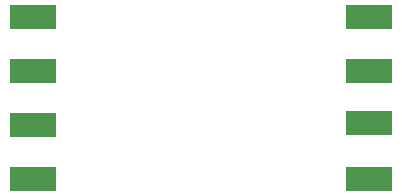
<source format=gbr>
%TF.GenerationSoftware,KiCad,Pcbnew,7.0.9*%
%TF.CreationDate,2024-01-11T06:03:18-08:00*%
%TF.ProjectId,genesis_s-video_simple,67656e65-7369-4735-9f73-2d766964656f,rev?*%
%TF.SameCoordinates,Original*%
%TF.FileFunction,Paste,Top*%
%TF.FilePolarity,Positive*%
%FSLAX46Y46*%
G04 Gerber Fmt 4.6, Leading zero omitted, Abs format (unit mm)*
G04 Created by KiCad (PCBNEW 7.0.9) date 2024-01-11 06:03:18*
%MOMM*%
%LPD*%
G01*
G04 APERTURE LIST*
%ADD10R,4.006000X2.000000*%
G04 APERTURE END LIST*
D10*
%TO.C,J8*%
X136141000Y-83820000D03*
%TD*%
%TO.C,J6*%
X107693000Y-88392000D03*
%TD*%
%TO.C,J5*%
X136141000Y-92964000D03*
%TD*%
%TO.C,J2*%
X107696000Y-92964000D03*
%TD*%
%TO.C,J4*%
X136141000Y-79248000D03*
%TD*%
%TO.C,J7*%
X136144000Y-88265000D03*
%TD*%
%TO.C,J3*%
X107696000Y-79248000D03*
%TD*%
%TO.C,J1*%
X107696000Y-83820000D03*
%TD*%
M02*

</source>
